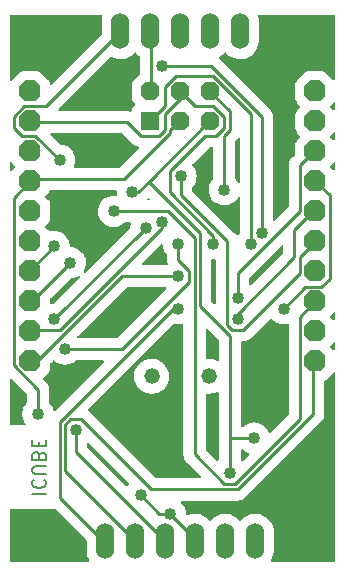
<source format=gbr>
%TF.GenerationSoftware,KiCad,Pcbnew,(6.0.0-0)*%
%TF.CreationDate,2022-04-25T15:44:20-04:00*%
%TF.ProjectId,FabduinoNanoOption,46616264-7569-46e6-9f4e-616e6f4f7074,rev?*%
%TF.SameCoordinates,Original*%
%TF.FileFunction,Copper,L2,Bot*%
%TF.FilePolarity,Positive*%
%FSLAX46Y46*%
G04 Gerber Fmt 4.6, Leading zero omitted, Abs format (unit mm)*
G04 Created by KiCad (PCBNEW (6.0.0-0)) date 2022-04-25 15:44:20*
%MOMM*%
%LPD*%
G01*
G04 APERTURE LIST*
G04 Aperture macros list*
%AMOutline5P*
0 Free polygon, 5 corners , with rotation*
0 The origin of the aperture is its center*
0 number of corners: always 5*
0 $1 to $10 corner X, Y*
0 $11 Rotation angle, in degrees counterclockwise*
0 create outline with 5 corners*
4,1,5,$1,$2,$3,$4,$5,$6,$7,$8,$9,$10,$1,$2,$11*%
%AMOutline6P*
0 Free polygon, 6 corners , with rotation*
0 The origin of the aperture is its center*
0 number of corners: always 6*
0 $1 to $12 corner X, Y*
0 $13 Rotation angle, in degrees counterclockwise*
0 create outline with 6 corners*
4,1,6,$1,$2,$3,$4,$5,$6,$7,$8,$9,$10,$11,$12,$1,$2,$13*%
%AMOutline7P*
0 Free polygon, 7 corners , with rotation*
0 The origin of the aperture is its center*
0 number of corners: always 7*
0 $1 to $14 corner X, Y*
0 $15 Rotation angle, in degrees counterclockwise*
0 create outline with 7 corners*
4,1,7,$1,$2,$3,$4,$5,$6,$7,$8,$9,$10,$11,$12,$13,$14,$1,$2,$15*%
%AMOutline8P*
0 Free polygon, 8 corners , with rotation*
0 The origin of the aperture is its center*
0 number of corners: always 8*
0 $1 to $16 corner X, Y*
0 $17 Rotation angle, in degrees counterclockwise*
0 create outline with 8 corners*
4,1,8,$1,$2,$3,$4,$5,$6,$7,$8,$9,$10,$11,$12,$13,$14,$15,$16,$1,$2,$17*%
G04 Aperture macros list end*
%ADD10C,0.127000*%
%TA.AperFunction,NonConductor*%
%ADD11C,0.127000*%
%TD*%
%TA.AperFunction,ComponentPad*%
%ADD12R,1.524000X1.524000*%
%TD*%
%TA.AperFunction,ComponentPad*%
%ADD13Outline8P,-0.762000X0.381000X-0.381000X0.762000X0.381000X0.762000X0.762000X0.381000X0.762000X-0.381000X0.381000X-0.762000X-0.381000X-0.762000X-0.762000X-0.381000X0.000000*%
%TD*%
%TA.AperFunction,ComponentPad*%
%ADD14O,1.524000X3.048000*%
%TD*%
%TA.AperFunction,ComponentPad*%
%ADD15Outline8P,-0.889000X0.444500X-0.444500X0.889000X0.444500X0.889000X0.889000X0.444500X0.889000X-0.444500X0.444500X-0.889000X-0.444500X-0.889000X-0.889000X-0.444500X180.000000*%
%TD*%
%TA.AperFunction,ComponentPad*%
%ADD16Outline8P,-0.889000X0.444500X-0.444500X0.889000X0.444500X0.889000X0.889000X0.444500X0.889000X-0.444500X0.444500X-0.889000X-0.444500X-0.889000X-0.889000X-0.444500X0.000000*%
%TD*%
%TA.AperFunction,ComponentPad*%
%ADD17C,1.320800*%
%TD*%
%TA.AperFunction,ViaPad*%
%ADD18C,1.016000*%
%TD*%
%TA.AperFunction,Conductor*%
%ADD19C,0.254000*%
%TD*%
G04 APERTURE END LIST*
D10*
D11*
X136627528Y-122410864D02*
X137770528Y-122410864D01*
X136736385Y-121213435D02*
X136681957Y-121267864D01*
X136627528Y-121431150D01*
X136627528Y-121540007D01*
X136681957Y-121703292D01*
X136790814Y-121812150D01*
X136899671Y-121866578D01*
X137117385Y-121921007D01*
X137280671Y-121921007D01*
X137498385Y-121866578D01*
X137607242Y-121812150D01*
X137716100Y-121703292D01*
X137770528Y-121540007D01*
X137770528Y-121431150D01*
X137716100Y-121267864D01*
X137661671Y-121213435D01*
X137770528Y-120723578D02*
X136845242Y-120723578D01*
X136736385Y-120669150D01*
X136681957Y-120614721D01*
X136627528Y-120505864D01*
X136627528Y-120288150D01*
X136681957Y-120179292D01*
X136736385Y-120124864D01*
X136845242Y-120070435D01*
X137770528Y-120070435D01*
X137226242Y-119145150D02*
X137171814Y-118981864D01*
X137117385Y-118927435D01*
X137008528Y-118873007D01*
X136845242Y-118873007D01*
X136736385Y-118927435D01*
X136681957Y-118981864D01*
X136627528Y-119090721D01*
X136627528Y-119526150D01*
X137770528Y-119526150D01*
X137770528Y-119145150D01*
X137716100Y-119036292D01*
X137661671Y-118981864D01*
X137552814Y-118927435D01*
X137443957Y-118927435D01*
X137335100Y-118981864D01*
X137280671Y-119036292D01*
X137226242Y-119145150D01*
X137226242Y-119526150D01*
X137226242Y-118383150D02*
X137226242Y-118002150D01*
X136627528Y-117838864D02*
X136627528Y-118383150D01*
X137770528Y-118383150D01*
X137770528Y-117838864D01*
D12*
%TO.P,JP1,1*%
%TO.N,D12*%
X146606100Y-90868600D03*
D13*
%TO.P,JP1,2*%
%TO.N,VCC*%
X146606100Y-88328600D03*
%TO.P,JP1,3*%
%TO.N,D13*%
X149146100Y-90868600D03*
%TO.P,JP1,4*%
%TO.N,D11*%
X149146100Y-88328600D03*
%TO.P,JP1,5*%
%TO.N,RST*%
X151686100Y-90868600D03*
%TO.P,JP1,6*%
%TO.N,GND*%
X151686100Y-88328600D03*
%TD*%
D14*
%TO.P,CN1,1*%
%TO.N,VCC*%
X142796100Y-126428600D03*
%TO.P,CN1,2*%
%TO.N,D0*%
X145336100Y-126428600D03*
%TO.P,CN1,3*%
%TO.N,D1*%
X147876100Y-126428600D03*
%TO.P,CN1,4*%
%TO.N,GND*%
X150416100Y-126428600D03*
%TO.P,CN1,5*%
X152956100Y-126428600D03*
%TO.P,CN1,6*%
%TO.N,N$6*%
X155496100Y-126428600D03*
%TD*%
%TO.P,CN2,1*%
%TO.N,AREF*%
X144066100Y-83248600D03*
%TO.P,CN2,2*%
%TO.N,VCC*%
X146606100Y-83248600D03*
%TO.P,CN2,3*%
X149146100Y-83248600D03*
%TO.P,CN2,4*%
%TO.N,GND*%
X151686100Y-83248600D03*
%TO.P,CN2,5*%
X154226100Y-83248600D03*
%TD*%
D15*
%TO.P,U$1,1*%
%TO.N,D0*%
X160576100Y-111188600D03*
%TO.P,U$1,2*%
%TO.N,D1*%
X160576100Y-108648600D03*
%TO.P,U$1,3*%
%TO.N,D2*%
X160576100Y-106108600D03*
%TO.P,U$1,4*%
%TO.N,D3*%
X160576100Y-103568600D03*
%TO.P,U$1,5*%
%TO.N,D4*%
X160576100Y-101028600D03*
%TO.P,U$1,6*%
%TO.N,D5*%
X160576100Y-98488600D03*
%TO.P,U$1,7*%
%TO.N,D6*%
X160576100Y-95948600D03*
%TO.P,U$1,8*%
%TO.N,D7*%
X160576100Y-93408600D03*
%TO.P,U$1,9*%
%TO.N,D8*%
X160576100Y-90868600D03*
%TO.P,U$1,10*%
%TO.N,D9*%
X160576100Y-88328600D03*
%TD*%
D16*
%TO.P,U$2,1*%
%TO.N,D10*%
X136446100Y-88328600D03*
%TO.P,U$2,2*%
%TO.N,D11*%
X136446100Y-90868600D03*
%TO.P,U$2,3*%
%TO.N,D12*%
X136446100Y-93408600D03*
%TO.P,U$2,4*%
%TO.N,D13*%
X136446100Y-95948600D03*
%TO.P,U$2,5*%
%TO.N,A0*%
X136446100Y-98488600D03*
%TO.P,U$2,6*%
%TO.N,A1*%
X136446100Y-101028600D03*
%TO.P,U$2,7*%
%TO.N,A2*%
X136446100Y-103568600D03*
%TO.P,U$2,8*%
%TO.N,A3*%
X136446100Y-106108600D03*
%TO.P,U$2,9*%
%TO.N,A4*%
X136446100Y-108648600D03*
%TO.P,U$2,10*%
%TO.N,A5*%
X136446100Y-111188600D03*
%TD*%
D17*
%TO.P,Q1,1*%
%TO.N,N$44*%
X151559100Y-112458600D03*
%TO.P,Q1,2*%
%TO.N,N$43*%
X146733100Y-112458600D03*
%TD*%
D18*
%TO.N,A1*%
X139392500Y-110147200D03*
X148993700Y-101231800D03*
%TO.N,A2*%
X138478100Y-101460400D03*
%TO.N,A3*%
X139849700Y-102832000D03*
%TO.N,A4*%
X147622100Y-99403000D03*
%TO.N,A5*%
X148993700Y-103975000D03*
%TO.N,D0*%
X138478100Y-107632600D03*
X146250500Y-99860200D03*
%TO.N,D1*%
X140306900Y-117005200D03*
%TO.N,D2*%
X143507300Y-98488600D03*
%TO.N,D4*%
X149222300Y-95516800D03*
%TO.N,D5*%
X154022900Y-107632600D03*
%TO.N,D6*%
X157909100Y-106718200D03*
%TO.N,D7*%
X154022900Y-105803800D03*
%TO.N,D10*%
X147622100Y-86144200D03*
X156080300Y-100317400D03*
%TO.N,D11*%
X151965500Y-101231800D03*
%TO.N,D12*%
X155165900Y-101231800D03*
%TO.N,D13*%
X137106500Y-115633600D03*
%TO.N,GND*%
X148307900Y-124091800D03*
X145793300Y-122491600D03*
X152879900Y-96659800D03*
%TO.N,VCC*%
X148993700Y-106718200D03*
%TO.N,RST*%
X153337100Y-120662800D03*
X155394500Y-117691000D03*
X145107500Y-96888400D03*
%TO.N,AREF*%
X138935300Y-94145200D03*
%TD*%
D19*
%TO.N,A1*%
X139392500Y-110147200D02*
X144193100Y-110147200D01*
X144193100Y-110147200D02*
X149908100Y-104432200D01*
X149908100Y-104432200D02*
X149908100Y-103517800D01*
X149908100Y-103517800D02*
X148993700Y-102603400D01*
X148993700Y-102603400D02*
X148993700Y-101231800D01*
%TO.N,A2*%
X136420700Y-103517800D02*
X136446100Y-103568600D01*
X136420700Y-103517800D02*
X138478100Y-101460400D01*
%TO.N,A3*%
X136649300Y-106032400D02*
X139849700Y-102832000D01*
X136649300Y-106032400D02*
X136446100Y-106108600D01*
%TO.N,A4*%
X138935300Y-108547000D02*
X147622100Y-99860200D01*
X136649300Y-108547000D02*
X138935300Y-108547000D01*
X147622100Y-99860200D02*
X147622100Y-99403000D01*
X136649300Y-108547000D02*
X136446100Y-108648600D01*
%TO.N,A5*%
X136649300Y-111061600D02*
X136446100Y-111188600D01*
X137106500Y-111061600D02*
X144193100Y-103975000D01*
X144193100Y-103975000D02*
X148993700Y-103975000D01*
X136649300Y-111061600D02*
X137106500Y-111061600D01*
%TO.N,D0*%
X154022900Y-122034400D02*
X160423700Y-115633600D01*
X139849700Y-116090800D02*
X140764100Y-116090800D01*
X139392500Y-120434200D02*
X139392500Y-116548000D01*
X139392500Y-116548000D02*
X139849700Y-116090800D01*
X145336100Y-126377800D02*
X139392500Y-120434200D01*
X145336100Y-126377800D02*
X145336100Y-126428600D01*
X140764100Y-116090800D02*
X146707700Y-122034400D01*
X160423700Y-111290200D02*
X160576100Y-111188600D01*
X160423700Y-115633600D02*
X160423700Y-111290200D01*
X146707700Y-122034400D02*
X154022900Y-122034400D01*
X138478100Y-107632600D02*
X146250500Y-99860200D01*
%TO.N,D1*%
X140306900Y-118834000D02*
X140306900Y-117005200D01*
X147850700Y-126377800D02*
X140306900Y-118834000D01*
X147850700Y-126377800D02*
X147876100Y-126428600D01*
%TO.N,D2*%
X153794300Y-121577200D02*
X152879900Y-121577200D01*
X159280700Y-107404000D02*
X159280700Y-116090800D01*
X159280700Y-116090800D02*
X153794300Y-121577200D01*
X160576100Y-106108600D02*
X159280700Y-107404000D01*
X150365300Y-119062600D02*
X150365300Y-100774600D01*
X152879900Y-121577200D02*
X150365300Y-119062600D01*
X148079300Y-98488600D02*
X143507300Y-98488600D01*
X150365300Y-100774600D02*
X148079300Y-98488600D01*
%TO.N,D4*%
X154480100Y-108547000D02*
X153565700Y-108547000D01*
X153108500Y-108089800D02*
X153108500Y-101003200D01*
X149222300Y-97117000D02*
X149222300Y-95516800D01*
X153108500Y-101003200D02*
X149222300Y-97117000D01*
X159280700Y-103746400D02*
X154480100Y-108547000D01*
X153565700Y-108547000D02*
X153108500Y-108089800D01*
X159280700Y-102374800D02*
X159280700Y-103746400D01*
X160423700Y-101231800D02*
X160576100Y-101028600D01*
X160423700Y-101231800D02*
X159280700Y-102374800D01*
%TO.N,D5*%
X160423700Y-98488600D02*
X160576100Y-98488600D01*
X154022900Y-107175400D02*
X154022900Y-107632600D01*
X160423700Y-98488600D02*
X158823500Y-100088800D01*
X158823500Y-100088800D02*
X158823500Y-102374800D01*
X158823500Y-102374800D02*
X154022900Y-107175400D01*
%TO.N,D6*%
X160652300Y-95974000D02*
X161795300Y-97117000D01*
X160652300Y-95974000D02*
X160576100Y-95948600D01*
X159737900Y-104889400D02*
X157909100Y-106718200D01*
X161795300Y-104203600D02*
X161109500Y-104889400D01*
X161109500Y-104889400D02*
X159737900Y-104889400D01*
X161795300Y-97117000D02*
X161795300Y-104203600D01*
%TO.N,D7*%
X159280700Y-94602400D02*
X159280700Y-98488600D01*
X154022900Y-103746400D02*
X154022900Y-105803800D01*
X159280700Y-98488600D02*
X154022900Y-103746400D01*
X160423700Y-93459400D02*
X159280700Y-94602400D01*
X160423700Y-93459400D02*
X160576100Y-93408600D01*
%TO.N,D10*%
X151736900Y-86144200D02*
X156080300Y-90487600D01*
X147622100Y-86144200D02*
X151736900Y-86144200D01*
X156080300Y-90487600D02*
X156080300Y-100317400D01*
%TO.N,D11*%
X151965500Y-100546000D02*
X151965500Y-101231800D01*
X149222300Y-88430200D02*
X149450900Y-88658800D01*
X149450900Y-88658800D02*
X147850700Y-90259000D01*
X152879900Y-91402000D02*
X152194100Y-92087800D01*
X152194100Y-92087800D02*
X151279700Y-92087800D01*
X148307900Y-95059600D02*
X148307900Y-96888400D01*
X147850700Y-90259000D02*
X147850700Y-91630600D01*
X136649300Y-90944800D02*
X136446100Y-90868600D01*
X149450900Y-88658800D02*
X150365300Y-89573200D01*
X149222300Y-88430200D02*
X149146100Y-88328600D01*
X151965500Y-89573200D02*
X152879900Y-90487600D01*
X147393500Y-92087800D02*
X145793300Y-92087800D01*
X147850700Y-91630600D02*
X147393500Y-92087800D01*
X152879900Y-90487600D02*
X152879900Y-91402000D01*
X151279700Y-92087800D02*
X148307900Y-95059600D01*
X148307900Y-96888400D02*
X151965500Y-100546000D01*
X149450900Y-88658800D02*
X149146100Y-88328600D01*
X145793300Y-92087800D02*
X144650300Y-90944800D01*
X144650300Y-90944800D02*
X136649300Y-90944800D01*
X150365300Y-89573200D02*
X151965500Y-89573200D01*
%TO.N,D12*%
X146707700Y-90716200D02*
X146606100Y-90868600D01*
X146707700Y-90716200D02*
X147850700Y-89573200D01*
X151965500Y-87058600D02*
X155165900Y-90259000D01*
X147850700Y-89573200D02*
X147850700Y-87973000D01*
X155165900Y-90259000D02*
X155165900Y-101231800D01*
X148765100Y-87058600D02*
X151965500Y-87058600D01*
X147850700Y-87973000D02*
X148765100Y-87058600D01*
%TO.N,D13*%
X148307900Y-91630600D02*
X148993700Y-90944800D01*
X136446100Y-95948600D02*
X135049100Y-97345600D01*
X137106500Y-113576200D02*
X137106500Y-115633600D01*
X136649300Y-95745400D02*
X136446100Y-95948600D01*
X135049100Y-111518800D02*
X137106500Y-113576200D01*
X144421700Y-95745400D02*
X148307900Y-91859200D01*
X148307900Y-91859200D02*
X148307900Y-91630600D01*
X136649300Y-95745400D02*
X144421700Y-95745400D01*
X148993700Y-90944800D02*
X149146100Y-90868600D01*
X135049100Y-97345600D02*
X135049100Y-111518800D01*
%TO.N,GND*%
X151736900Y-88430200D02*
X151686100Y-88328600D01*
X153337100Y-91630600D02*
X152879900Y-92087800D01*
X150593900Y-126377800D02*
X148307900Y-124091800D01*
X151736900Y-88430200D02*
X153337100Y-90030400D01*
X152879900Y-92087800D02*
X152879900Y-96659800D01*
X147393500Y-124091800D02*
X148307900Y-124091800D01*
X145793300Y-122491600D02*
X147393500Y-124091800D01*
X153337100Y-90030400D02*
X153337100Y-91630600D01*
X150593900Y-126377800D02*
X150416100Y-126428600D01*
%TO.N,VCC*%
X146707700Y-88201600D02*
X146606100Y-88328600D01*
X146707700Y-88201600D02*
X146707700Y-83401000D01*
X148536500Y-106718200D02*
X148993700Y-106718200D01*
X142592900Y-126377800D02*
X138935300Y-122720200D01*
X138935300Y-122720200D02*
X138935300Y-116319400D01*
X138935300Y-116319400D02*
X148536500Y-106718200D01*
X142592900Y-126377800D02*
X142796100Y-126428600D01*
X146707700Y-83401000D02*
X146606100Y-83248600D01*
%TO.N,RST*%
X151508300Y-90944800D02*
X151686100Y-90868600D01*
X145564700Y-96888400D02*
X145107500Y-96888400D01*
X153337100Y-109004200D02*
X153337100Y-117691000D01*
X153337100Y-117691000D02*
X153337100Y-120662800D01*
X146479100Y-95974000D02*
X150822500Y-100317400D01*
X150822500Y-100317400D02*
X150822500Y-106489600D01*
X153337100Y-117691000D02*
X155394500Y-117691000D01*
X146479100Y-95974000D02*
X145564700Y-96888400D01*
X151508300Y-90944800D02*
X146479100Y-95974000D01*
X150822500Y-106489600D02*
X153337100Y-109004200D01*
%TO.N,AREF*%
X143964500Y-83401000D02*
X144066100Y-83248600D01*
X143964500Y-83401000D02*
X137792300Y-89573200D01*
X135049100Y-90487600D02*
X135049100Y-91402000D01*
X136877900Y-92087800D02*
X138935300Y-94145200D01*
X137792300Y-89573200D02*
X135963500Y-89573200D01*
X135734900Y-92087800D02*
X136877900Y-92087800D01*
X135963500Y-89573200D02*
X135049100Y-90487600D01*
X135049100Y-91402000D02*
X135734900Y-92087800D01*
%TD*%
%TA.AperFunction,NonConductor*%
G36*
X142536806Y-81870613D02*
G01*
X142573351Y-81920913D01*
X142572794Y-81984751D01*
X142535327Y-82093564D01*
X142492179Y-82343362D01*
X142490800Y-82373732D01*
X142490800Y-83503245D01*
X142471587Y-83562376D01*
X142461335Y-83574380D01*
X138295501Y-87740214D01*
X138240103Y-87768440D01*
X138178695Y-87758714D01*
X138134731Y-87714750D01*
X138127764Y-87697157D01*
X138090698Y-87569575D01*
X138036634Y-87472041D01*
X138004623Y-87414291D01*
X138004621Y-87414288D01*
X138002238Y-87409989D01*
X137953526Y-87352346D01*
X137422353Y-86821174D01*
X137362379Y-86770811D01*
X137202486Y-86682909D01*
X137027091Y-86632615D01*
X136992028Y-86629671D01*
X136953996Y-86626477D01*
X136953990Y-86626477D01*
X136951885Y-86626300D01*
X135940312Y-86626300D01*
X135938156Y-86626488D01*
X135938151Y-86626488D01*
X135867203Y-86632668D01*
X135867200Y-86632669D01*
X135862293Y-86633096D01*
X135857560Y-86634471D01*
X135857555Y-86634472D01*
X135698923Y-86680560D01*
X135687075Y-86684002D01*
X135607902Y-86727888D01*
X135531791Y-86770077D01*
X135531788Y-86770079D01*
X135527489Y-86772462D01*
X135469846Y-86821174D01*
X134938674Y-87352347D01*
X134896538Y-87402525D01*
X134843800Y-87435450D01*
X134781779Y-87431089D01*
X134734166Y-87391107D01*
X134718900Y-87337829D01*
X134718900Y-81952000D01*
X134738113Y-81892869D01*
X134788413Y-81856324D01*
X134819500Y-81851400D01*
X142477675Y-81851400D01*
X142536806Y-81870613D01*
G37*
%TD.AperFunction*%
%TA.AperFunction,NonConductor*%
G36*
X162220421Y-89249928D02*
G01*
X162268034Y-89289911D01*
X162283300Y-89343188D01*
X162283300Y-89853844D01*
X162264087Y-89912975D01*
X162213787Y-89949520D01*
X162151613Y-89949520D01*
X162105862Y-89918777D01*
X162084895Y-89893966D01*
X162083526Y-89892346D01*
X161860915Y-89669735D01*
X161832689Y-89614337D01*
X161842415Y-89552929D01*
X161860915Y-89527465D01*
X162081986Y-89306393D01*
X162083526Y-89304853D01*
X162105661Y-89278494D01*
X162158400Y-89245567D01*
X162220421Y-89249928D01*
G37*
%TD.AperFunction*%
%TA.AperFunction,NonConductor*%
G36*
X145371353Y-85011521D02*
G01*
X145413398Y-85039880D01*
X145508245Y-85147463D01*
X145704130Y-85308365D01*
X145711763Y-85312807D01*
X145717406Y-85316092D01*
X145758846Y-85362442D01*
X145767400Y-85403037D01*
X145767400Y-86838897D01*
X145748187Y-86898028D01*
X145731732Y-86915735D01*
X145694977Y-86946795D01*
X145694968Y-86946804D01*
X145693346Y-86948174D01*
X145225674Y-87415847D01*
X145175311Y-87475821D01*
X145087409Y-87635714D01*
X145037115Y-87811109D01*
X145030800Y-87886315D01*
X145030800Y-88770888D01*
X145030988Y-88773044D01*
X145030988Y-88773049D01*
X145036520Y-88836549D01*
X145037596Y-88848907D01*
X145038971Y-88853640D01*
X145038972Y-88853645D01*
X145057421Y-88917145D01*
X145088502Y-89024125D01*
X145176962Y-89183711D01*
X145225674Y-89241354D01*
X145323064Y-89338744D01*
X145351290Y-89394142D01*
X145341564Y-89455550D01*
X145314691Y-89488500D01*
X145265371Y-89527871D01*
X145151537Y-89670470D01*
X145072123Y-89834744D01*
X145070859Y-89840219D01*
X145070858Y-89840222D01*
X145041320Y-89968165D01*
X145009297Y-90021459D01*
X144952066Y-90045752D01*
X144912213Y-90041211D01*
X144846876Y-90019982D01*
X144838661Y-90019118D01*
X144830057Y-90018214D01*
X144814538Y-90015337D01*
X144803298Y-90012325D01*
X144803295Y-90012324D01*
X144798206Y-90010961D01*
X144792943Y-90010685D01*
X144792942Y-90010685D01*
X144758917Y-90008902D01*
X144726724Y-90007215D01*
X144721487Y-90006803D01*
X144699575Y-90004500D01*
X144677546Y-90004500D01*
X144672281Y-90004362D01*
X144667461Y-90004109D01*
X144600817Y-90000617D01*
X144595618Y-90001440D01*
X144595606Y-90001441D01*
X144584117Y-90003261D01*
X144568380Y-90004500D01*
X138933655Y-90004500D01*
X138874524Y-89985287D01*
X138837979Y-89934987D01*
X138837979Y-89872813D01*
X138862520Y-89832765D01*
X143250176Y-85445109D01*
X143305574Y-85416883D01*
X143371916Y-85429300D01*
X143383221Y-85435879D01*
X143619881Y-85526724D01*
X143868020Y-85578563D01*
X144121256Y-85590062D01*
X144125274Y-85589597D01*
X144125277Y-85589597D01*
X144369058Y-85561391D01*
X144369063Y-85561390D01*
X144373073Y-85560926D01*
X144616992Y-85491904D01*
X144846738Y-85384772D01*
X144959167Y-85308365D01*
X145053062Y-85244554D01*
X145053066Y-85244551D01*
X145056400Y-85242285D01*
X145059326Y-85239518D01*
X145059331Y-85239514D01*
X145165122Y-85139473D01*
X145240585Y-85068111D01*
X145258019Y-85045307D01*
X145309197Y-85010002D01*
X145371353Y-85011521D01*
G37*
%TD.AperFunction*%
%TA.AperFunction,NonConductor*%
G36*
X162220421Y-91789928D02*
G01*
X162268034Y-91829911D01*
X162283300Y-91883188D01*
X162283300Y-92393844D01*
X162264087Y-92452975D01*
X162213787Y-92489520D01*
X162151613Y-92489520D01*
X162105862Y-92458777D01*
X162084895Y-92433966D01*
X162083526Y-92432346D01*
X161860915Y-92209735D01*
X161832689Y-92154337D01*
X161842415Y-92092929D01*
X161860915Y-92067465D01*
X162081986Y-91846393D01*
X162083526Y-91844853D01*
X162105661Y-91818494D01*
X162158400Y-91785567D01*
X162220421Y-91789928D01*
G37*
%TD.AperFunction*%
%TA.AperFunction,NonConductor*%
G36*
X144278276Y-91904313D02*
G01*
X144290280Y-91914565D01*
X145070484Y-92694769D01*
X145080735Y-92706771D01*
X145090672Y-92720449D01*
X145094586Y-92723973D01*
X145143859Y-92768339D01*
X145147679Y-92771964D01*
X145163250Y-92787535D01*
X145165284Y-92789182D01*
X145165295Y-92789192D01*
X145180366Y-92801396D01*
X145184369Y-92804815D01*
X145237561Y-92852709D01*
X145242129Y-92855346D01*
X145252211Y-92861167D01*
X145265214Y-92870104D01*
X145278355Y-92880745D01*
X145283053Y-92883139D01*
X145283055Y-92883140D01*
X145342125Y-92913238D01*
X145346750Y-92915749D01*
X145408739Y-92951538D01*
X145413753Y-92953167D01*
X145413757Y-92953169D01*
X145424820Y-92956764D01*
X145439399Y-92962802D01*
X145449777Y-92968090D01*
X145449782Y-92968092D01*
X145454471Y-92970481D01*
X145505603Y-92984182D01*
X145523614Y-92989008D01*
X145528663Y-92990504D01*
X145547272Y-92996550D01*
X145596724Y-93012618D01*
X145601968Y-93013169D01*
X145603970Y-93013595D01*
X145657813Y-93044685D01*
X145683098Y-93101486D01*
X145670168Y-93162301D01*
X145654184Y-93183131D01*
X144061680Y-94775635D01*
X144006282Y-94803861D01*
X143990545Y-94805100D01*
X140243387Y-94805100D01*
X140184256Y-94785887D01*
X140147711Y-94735587D01*
X140147711Y-94673413D01*
X140152212Y-94661985D01*
X140179804Y-94602814D01*
X140179806Y-94602809D01*
X140181658Y-94598837D01*
X140191638Y-94561593D01*
X140240360Y-94379763D01*
X140240361Y-94379758D01*
X140241497Y-94375518D01*
X140261647Y-94145200D01*
X140241497Y-93914882D01*
X140237449Y-93899772D01*
X140182794Y-93695802D01*
X140182793Y-93695800D01*
X140181658Y-93691563D01*
X140179806Y-93687591D01*
X140179804Y-93687586D01*
X140085806Y-93486008D01*
X140083950Y-93482027D01*
X139951341Y-93292641D01*
X139787859Y-93129159D01*
X139598474Y-92996550D01*
X139509696Y-92955152D01*
X139392914Y-92900696D01*
X139392909Y-92900694D01*
X139388937Y-92898842D01*
X139384700Y-92897707D01*
X139384698Y-92897706D01*
X139169863Y-92840140D01*
X139169858Y-92840139D01*
X139165618Y-92839003D01*
X139085084Y-92831957D01*
X138975544Y-92822374D01*
X138918313Y-92798081D01*
X138913177Y-92793292D01*
X138176720Y-92056835D01*
X138148494Y-92001437D01*
X138158220Y-91940029D01*
X138202184Y-91896065D01*
X138247855Y-91885100D01*
X144219145Y-91885100D01*
X144278276Y-91904313D01*
G37*
%TD.AperFunction*%
%TA.AperFunction,NonConductor*%
G36*
X162220421Y-94329928D02*
G01*
X162268034Y-94369911D01*
X162283300Y-94423188D01*
X162283300Y-94933844D01*
X162264087Y-94992975D01*
X162213787Y-95029520D01*
X162151613Y-95029520D01*
X162105862Y-94998777D01*
X162084895Y-94973966D01*
X162083526Y-94972346D01*
X161860915Y-94749735D01*
X161832689Y-94694337D01*
X161842415Y-94632929D01*
X161860915Y-94607465D01*
X162081986Y-94386393D01*
X162083526Y-94384853D01*
X162105661Y-94358494D01*
X162158400Y-94325567D01*
X162220421Y-94329928D01*
G37*
%TD.AperFunction*%
%TA.AperFunction,NonConductor*%
G36*
X134896338Y-94334756D02*
G01*
X134938674Y-94384854D01*
X135161285Y-94607465D01*
X135189511Y-94662863D01*
X135179785Y-94724271D01*
X135161285Y-94749735D01*
X134977177Y-94933844D01*
X134938674Y-94972347D01*
X134896538Y-95022525D01*
X134843800Y-95055450D01*
X134781779Y-95051089D01*
X134734166Y-95011107D01*
X134718900Y-94957829D01*
X134718900Y-94399689D01*
X134738113Y-94340558D01*
X134788413Y-94304013D01*
X134850587Y-94304013D01*
X134896338Y-94334756D01*
G37*
%TD.AperFunction*%
%TA.AperFunction,NonConductor*%
G36*
X154161053Y-92217713D02*
G01*
X154209371Y-92256841D01*
X154225600Y-92311631D01*
X154225600Y-95965424D01*
X154206387Y-96024555D01*
X154156087Y-96061100D01*
X154093913Y-96061100D01*
X154043613Y-96024555D01*
X154033826Y-96007940D01*
X154030409Y-96000613D01*
X154030406Y-96000608D01*
X154028550Y-95996627D01*
X153895941Y-95807241D01*
X153849665Y-95760965D01*
X153821439Y-95705567D01*
X153820200Y-95689830D01*
X153820200Y-92518955D01*
X153839413Y-92459824D01*
X153849665Y-92447820D01*
X153944069Y-92353416D01*
X153956071Y-92343165D01*
X153969749Y-92333228D01*
X154017639Y-92280041D01*
X154021264Y-92276221D01*
X154036835Y-92260650D01*
X154038492Y-92258604D01*
X154038499Y-92258596D01*
X154046820Y-92248321D01*
X154098964Y-92214459D01*
X154161053Y-92217713D01*
G37*
%TD.AperFunction*%
%TA.AperFunction,NonConductor*%
G36*
X146524771Y-97356420D02*
G01*
X146550235Y-97374920D01*
X146551880Y-97376565D01*
X146580106Y-97431963D01*
X146570380Y-97493371D01*
X146526416Y-97537335D01*
X146480745Y-97548300D01*
X146477455Y-97548300D01*
X146418324Y-97529087D01*
X146381779Y-97478787D01*
X146381779Y-97416613D01*
X146406320Y-97376565D01*
X146407965Y-97374920D01*
X146463363Y-97346694D01*
X146524771Y-97356420D01*
G37*
%TD.AperFunction*%
%TA.AperFunction,NonConductor*%
G36*
X162241831Y-81870613D02*
G01*
X162278376Y-81920913D01*
X162283300Y-81952000D01*
X162283300Y-87313844D01*
X162264087Y-87372975D01*
X162213787Y-87409520D01*
X162151613Y-87409520D01*
X162105862Y-87378777D01*
X162084895Y-87353966D01*
X162083526Y-87352346D01*
X161552353Y-86821174D01*
X161492379Y-86770811D01*
X161332486Y-86682909D01*
X161157091Y-86632615D01*
X161122028Y-86629671D01*
X161083996Y-86626477D01*
X161083990Y-86626477D01*
X161081885Y-86626300D01*
X160070312Y-86626300D01*
X160068156Y-86626488D01*
X160068151Y-86626488D01*
X159997203Y-86632668D01*
X159997200Y-86632669D01*
X159992293Y-86633096D01*
X159987560Y-86634471D01*
X159987555Y-86634472D01*
X159828923Y-86680560D01*
X159817075Y-86684002D01*
X159737902Y-86727888D01*
X159661791Y-86770077D01*
X159661788Y-86770079D01*
X159657489Y-86772462D01*
X159599846Y-86821174D01*
X159068674Y-87352347D01*
X159018311Y-87412321D01*
X158930409Y-87572214D01*
X158880115Y-87747609D01*
X158873800Y-87822815D01*
X158873800Y-88834388D01*
X158873988Y-88836544D01*
X158873988Y-88836549D01*
X158875065Y-88848907D01*
X158880596Y-88912407D01*
X158881971Y-88917140D01*
X158881972Y-88917145D01*
X158911483Y-89018721D01*
X158931502Y-89087625D01*
X159019962Y-89247211D01*
X159068674Y-89304854D01*
X159291285Y-89527465D01*
X159319511Y-89582863D01*
X159309785Y-89644271D01*
X159291285Y-89669735D01*
X159179146Y-89781875D01*
X159068674Y-89892347D01*
X159018311Y-89952321D01*
X158930409Y-90112214D01*
X158928859Y-90117618D01*
X158928859Y-90117619D01*
X158924248Y-90133699D01*
X158880115Y-90287609D01*
X158873800Y-90362815D01*
X158873800Y-91374388D01*
X158880596Y-91452407D01*
X158881971Y-91457140D01*
X158881972Y-91457145D01*
X158928060Y-91615777D01*
X158931502Y-91627625D01*
X159019962Y-91787211D01*
X159068674Y-91844854D01*
X159291285Y-92067465D01*
X159319511Y-92122863D01*
X159309785Y-92184271D01*
X159291285Y-92209735D01*
X159171707Y-92329314D01*
X159068674Y-92432347D01*
X159018311Y-92492321D01*
X158930409Y-92652214D01*
X158880115Y-92827609D01*
X158879158Y-92839003D01*
X158874134Y-92898842D01*
X158873800Y-92902815D01*
X158873800Y-93637845D01*
X158854587Y-93696976D01*
X158844335Y-93708980D01*
X158673731Y-93879584D01*
X158661729Y-93889835D01*
X158648051Y-93899772D01*
X158644527Y-93903686D01*
X158600161Y-93952959D01*
X158596536Y-93956779D01*
X158580965Y-93972350D01*
X158579318Y-93974384D01*
X158579308Y-93974395D01*
X158567104Y-93989466D01*
X158563685Y-93993469D01*
X158515791Y-94046661D01*
X158513154Y-94051229D01*
X158507333Y-94061311D01*
X158498396Y-94074314D01*
X158487755Y-94087455D01*
X158485361Y-94092153D01*
X158485360Y-94092155D01*
X158455262Y-94151225D01*
X158452751Y-94155850D01*
X158416962Y-94217839D01*
X158415333Y-94222853D01*
X158415331Y-94222857D01*
X158411736Y-94233920D01*
X158405698Y-94248499D01*
X158400410Y-94258877D01*
X158400408Y-94258882D01*
X158398019Y-94263571D01*
X158396656Y-94268659D01*
X158379492Y-94332714D01*
X158377996Y-94337763D01*
X158355882Y-94405824D01*
X158355331Y-94411066D01*
X158354114Y-94422643D01*
X158351237Y-94438162D01*
X158346861Y-94454494D01*
X158346585Y-94459757D01*
X158346585Y-94459758D01*
X158343115Y-94525972D01*
X158342703Y-94531213D01*
X158340400Y-94553125D01*
X158340400Y-94575154D01*
X158340262Y-94580419D01*
X158336517Y-94651883D01*
X158337340Y-94657082D01*
X158337341Y-94657094D01*
X158339161Y-94668583D01*
X158340400Y-94684320D01*
X158340400Y-98057445D01*
X158321187Y-98116576D01*
X158310935Y-98128580D01*
X157716353Y-98723163D01*
X157192335Y-99247181D01*
X157136937Y-99275407D01*
X157075529Y-99265681D01*
X157031565Y-99221717D01*
X157020600Y-99176046D01*
X157020600Y-90569512D01*
X157021839Y-90553774D01*
X157023658Y-90542291D01*
X157024483Y-90537082D01*
X157020738Y-90465618D01*
X157020600Y-90460353D01*
X157020600Y-90438325D01*
X157018297Y-90416413D01*
X157017885Y-90411172D01*
X157014415Y-90344958D01*
X157014415Y-90344957D01*
X157014139Y-90339694D01*
X157009763Y-90323362D01*
X157006886Y-90307843D01*
X157005669Y-90296266D01*
X157005118Y-90291024D01*
X156983004Y-90222963D01*
X156981508Y-90217914D01*
X156964344Y-90153859D01*
X156962981Y-90148771D01*
X156960592Y-90144082D01*
X156960590Y-90144077D01*
X156955302Y-90133699D01*
X156949264Y-90119120D01*
X156945669Y-90108057D01*
X156945667Y-90108053D01*
X156944038Y-90103039D01*
X156908249Y-90041050D01*
X156905738Y-90036425D01*
X156875640Y-89977355D01*
X156875639Y-89977353D01*
X156873245Y-89972655D01*
X156862604Y-89959514D01*
X156853667Y-89946511D01*
X156847846Y-89936429D01*
X156845209Y-89931861D01*
X156811088Y-89893966D01*
X156797315Y-89878669D01*
X156793896Y-89874666D01*
X156781692Y-89859595D01*
X156781682Y-89859584D01*
X156780035Y-89857550D01*
X156764464Y-89841979D01*
X156760839Y-89838159D01*
X156716475Y-89788888D01*
X156712949Y-89784972D01*
X156708690Y-89781877D01*
X156708687Y-89781875D01*
X156699268Y-89775032D01*
X156687265Y-89764780D01*
X152459716Y-85537231D01*
X152449468Y-85525233D01*
X152447880Y-85523047D01*
X152428664Y-85463919D01*
X152447873Y-85404786D01*
X152472718Y-85380708D01*
X152673062Y-85244554D01*
X152673066Y-85244551D01*
X152676400Y-85242285D01*
X152679326Y-85239518D01*
X152679331Y-85239514D01*
X152785122Y-85139473D01*
X152860585Y-85068111D01*
X152878019Y-85045307D01*
X152929197Y-85010002D01*
X152991353Y-85011521D01*
X153033398Y-85039880D01*
X153128245Y-85147463D01*
X153324130Y-85308365D01*
X153543221Y-85435879D01*
X153779881Y-85526724D01*
X154028020Y-85578563D01*
X154281256Y-85590062D01*
X154285274Y-85589597D01*
X154285277Y-85589597D01*
X154529058Y-85561391D01*
X154529063Y-85561390D01*
X154533073Y-85560926D01*
X154776992Y-85491904D01*
X155006738Y-85384772D01*
X155119167Y-85308365D01*
X155213062Y-85244554D01*
X155213066Y-85244551D01*
X155216400Y-85242285D01*
X155219326Y-85239518D01*
X155219331Y-85239514D01*
X155397656Y-85070881D01*
X155397657Y-85070880D01*
X155400585Y-85068111D01*
X155554552Y-84866729D01*
X155674343Y-84643322D01*
X155756873Y-84403636D01*
X155800021Y-84153838D01*
X155801400Y-84123468D01*
X155801400Y-82422902D01*
X155786195Y-82233920D01*
X155725727Y-81987740D01*
X155724149Y-81984022D01*
X155724059Y-81983752D01*
X155723627Y-81921579D01*
X155759821Y-81871026D01*
X155819517Y-81851400D01*
X162182700Y-81851400D01*
X162241831Y-81870613D01*
G37*
%TD.AperFunction*%
%TA.AperFunction,NonConductor*%
G36*
X151898131Y-93047313D02*
G01*
X151934676Y-93097613D01*
X151939600Y-93128700D01*
X151939600Y-95689830D01*
X151920387Y-95748961D01*
X151910135Y-95760965D01*
X151863859Y-95807241D01*
X151731250Y-95996627D01*
X151725975Y-96007940D01*
X151635396Y-96202186D01*
X151635394Y-96202191D01*
X151633542Y-96206163D01*
X151632407Y-96210400D01*
X151632406Y-96210402D01*
X151588981Y-96372465D01*
X151573703Y-96429482D01*
X151553553Y-96659800D01*
X151573703Y-96890118D01*
X151574839Y-96894358D01*
X151574840Y-96894363D01*
X151583010Y-96924853D01*
X151633542Y-97113437D01*
X151635394Y-97117409D01*
X151635396Y-97117414D01*
X151665701Y-97182403D01*
X151731250Y-97322973D01*
X151796817Y-97416613D01*
X151850564Y-97493371D01*
X151863859Y-97512359D01*
X152027341Y-97675841D01*
X152216726Y-97808450D01*
X152245420Y-97821830D01*
X152422286Y-97904304D01*
X152422291Y-97904306D01*
X152426263Y-97906158D01*
X152430500Y-97907293D01*
X152430502Y-97907294D01*
X152645337Y-97964860D01*
X152645342Y-97964861D01*
X152649582Y-97965997D01*
X152879900Y-97986147D01*
X153110218Y-97965997D01*
X153114458Y-97964861D01*
X153114463Y-97964860D01*
X153329298Y-97907294D01*
X153329300Y-97907293D01*
X153333537Y-97906158D01*
X153337509Y-97904306D01*
X153337514Y-97904304D01*
X153514380Y-97821830D01*
X153543074Y-97808450D01*
X153732459Y-97675841D01*
X153895941Y-97512359D01*
X153909237Y-97493371D01*
X153962983Y-97416613D01*
X154028550Y-97322973D01*
X154030409Y-97318987D01*
X154033826Y-97311660D01*
X154076229Y-97266189D01*
X154137261Y-97254326D01*
X154193610Y-97280602D01*
X154223752Y-97334982D01*
X154225600Y-97354176D01*
X154225600Y-100261830D01*
X154206387Y-100320961D01*
X154196135Y-100332965D01*
X154149859Y-100379241D01*
X154147342Y-100382835D01*
X154147340Y-100382838D01*
X154069453Y-100494073D01*
X154019798Y-100531490D01*
X153957634Y-100532575D01*
X153906703Y-100496914D01*
X153903595Y-100492474D01*
X153901445Y-100488255D01*
X153890804Y-100475114D01*
X153881867Y-100462111D01*
X153876046Y-100452029D01*
X153873409Y-100447461D01*
X153825515Y-100394269D01*
X153822096Y-100390266D01*
X153809892Y-100375195D01*
X153809882Y-100375184D01*
X153808235Y-100373150D01*
X153792664Y-100357579D01*
X153789039Y-100353759D01*
X153744675Y-100304488D01*
X153741149Y-100300572D01*
X153736890Y-100297477D01*
X153736887Y-100297475D01*
X153727468Y-100290632D01*
X153715465Y-100280380D01*
X150192065Y-96756980D01*
X150163839Y-96701582D01*
X150162600Y-96685845D01*
X150162600Y-96486770D01*
X150181813Y-96427639D01*
X150192065Y-96415635D01*
X150238341Y-96369359D01*
X150370950Y-96179973D01*
X150426381Y-96061100D01*
X150466804Y-95974414D01*
X150466806Y-95974409D01*
X150468658Y-95970437D01*
X150512387Y-95807241D01*
X150527360Y-95751363D01*
X150527361Y-95751358D01*
X150528497Y-95747118D01*
X150548647Y-95516800D01*
X150528497Y-95286482D01*
X150502531Y-95189575D01*
X150469794Y-95067402D01*
X150469793Y-95067400D01*
X150468658Y-95063163D01*
X150466806Y-95059191D01*
X150466804Y-95059186D01*
X150372806Y-94857608D01*
X150370950Y-94853627D01*
X150280374Y-94724271D01*
X150240860Y-94667838D01*
X150240858Y-94667835D01*
X150238341Y-94664241D01*
X150206828Y-94632728D01*
X150178602Y-94577330D01*
X150188328Y-94515922D01*
X150206828Y-94490458D01*
X151639720Y-93057565D01*
X151695118Y-93029339D01*
X151710855Y-93028100D01*
X151839000Y-93028100D01*
X151898131Y-93047313D01*
G37*
%TD.AperFunction*%
%TA.AperFunction,NonConductor*%
G36*
X147624605Y-101285786D02*
G01*
X147668569Y-101329750D01*
X147679151Y-101366653D01*
X147687503Y-101462118D01*
X147688639Y-101466358D01*
X147688640Y-101466363D01*
X147721098Y-101587496D01*
X147747342Y-101685437D01*
X147749194Y-101689409D01*
X147749196Y-101689414D01*
X147803499Y-101805867D01*
X147845050Y-101894973D01*
X147977659Y-102084359D01*
X148023935Y-102130635D01*
X148052161Y-102186033D01*
X148053400Y-102201770D01*
X148053400Y-102521487D01*
X148052161Y-102537222D01*
X148049517Y-102553917D01*
X148049793Y-102559182D01*
X148053262Y-102625381D01*
X148053400Y-102630646D01*
X148053400Y-102652675D01*
X148053675Y-102655291D01*
X148055702Y-102674578D01*
X148056115Y-102679824D01*
X148059861Y-102751306D01*
X148061224Y-102756395D01*
X148061225Y-102756398D01*
X148064237Y-102767638D01*
X148067114Y-102783157D01*
X148068882Y-102799976D01*
X148070512Y-102804992D01*
X148090996Y-102868037D01*
X148092492Y-102873086D01*
X148101864Y-102908062D01*
X148098610Y-102970151D01*
X148059483Y-103018470D01*
X148004692Y-103034700D01*
X146020255Y-103034700D01*
X145961124Y-103015487D01*
X145924579Y-102965187D01*
X145924579Y-102903013D01*
X145949120Y-102862965D01*
X147507799Y-101304286D01*
X147563197Y-101276060D01*
X147624605Y-101285786D01*
G37*
%TD.AperFunction*%
%TA.AperFunction,NonConductor*%
G36*
X143748233Y-96704913D02*
G01*
X143784778Y-96755213D01*
X143789319Y-96795066D01*
X143781153Y-96888400D01*
X143781536Y-96892778D01*
X143796960Y-97069075D01*
X143782974Y-97129656D01*
X143736051Y-97170446D01*
X143687976Y-97178060D01*
X143507300Y-97162253D01*
X143276982Y-97182403D01*
X143272742Y-97183539D01*
X143272737Y-97183540D01*
X143057902Y-97241106D01*
X143057900Y-97241107D01*
X143053663Y-97242242D01*
X143049691Y-97244094D01*
X143049686Y-97244096D01*
X142951814Y-97289735D01*
X142844127Y-97339950D01*
X142791835Y-97376565D01*
X142658338Y-97470040D01*
X142658335Y-97470042D01*
X142654741Y-97472559D01*
X142491259Y-97636041D01*
X142488742Y-97639635D01*
X142488740Y-97639638D01*
X142463391Y-97675841D01*
X142358650Y-97825427D01*
X142321869Y-97904304D01*
X142262796Y-98030986D01*
X142262794Y-98030991D01*
X142260942Y-98034963D01*
X142259807Y-98039200D01*
X142259806Y-98039202D01*
X142239074Y-98116576D01*
X142201103Y-98258282D01*
X142180953Y-98488600D01*
X142201103Y-98718918D01*
X142260942Y-98942237D01*
X142262794Y-98946209D01*
X142262796Y-98946214D01*
X142284272Y-98992269D01*
X142358650Y-99151773D01*
X142361169Y-99155370D01*
X142427370Y-99249915D01*
X142491259Y-99341159D01*
X142654741Y-99504641D01*
X142844126Y-99637250D01*
X142932904Y-99678648D01*
X143049686Y-99733104D01*
X143049691Y-99733106D01*
X143053663Y-99734958D01*
X143057900Y-99736093D01*
X143057902Y-99736094D01*
X143272737Y-99793660D01*
X143272742Y-99793661D01*
X143276982Y-99794797D01*
X143507300Y-99814947D01*
X143737618Y-99794797D01*
X143741858Y-99793661D01*
X143741863Y-99793660D01*
X143956698Y-99736094D01*
X143956700Y-99736093D01*
X143960937Y-99734958D01*
X143964909Y-99733106D01*
X143964914Y-99733104D01*
X144081696Y-99678648D01*
X144170474Y-99637250D01*
X144359859Y-99504641D01*
X144406135Y-99458365D01*
X144461533Y-99430139D01*
X144477270Y-99428900D01*
X144867052Y-99428900D01*
X144926183Y-99448113D01*
X144962728Y-99498413D01*
X144964224Y-99555537D01*
X144944303Y-99629882D01*
X144943920Y-99634261D01*
X144927674Y-99819956D01*
X144903381Y-99877187D01*
X144898592Y-99882323D01*
X141140184Y-103640731D01*
X141084786Y-103668957D01*
X141023378Y-103659231D01*
X140979414Y-103615267D01*
X140969688Y-103553859D01*
X140986642Y-103511895D01*
X140995828Y-103498776D01*
X140995832Y-103498769D01*
X140998350Y-103495173D01*
X141039901Y-103406067D01*
X141094204Y-103289614D01*
X141094206Y-103289609D01*
X141096058Y-103285637D01*
X141155897Y-103062318D01*
X141176047Y-102832000D01*
X141155897Y-102601682D01*
X141145792Y-102563967D01*
X141097194Y-102382602D01*
X141097193Y-102382600D01*
X141096058Y-102378363D01*
X141094206Y-102374391D01*
X141094204Y-102374386D01*
X141039901Y-102257933D01*
X140998350Y-102168827D01*
X140890486Y-102014780D01*
X140868260Y-101983038D01*
X140868258Y-101983035D01*
X140865741Y-101979441D01*
X140702259Y-101815959D01*
X140512874Y-101683350D01*
X140424096Y-101641952D01*
X140307314Y-101587496D01*
X140307309Y-101587494D01*
X140303337Y-101585642D01*
X140299100Y-101584507D01*
X140299098Y-101584506D01*
X140084263Y-101526940D01*
X140084258Y-101526939D01*
X140080018Y-101525803D01*
X140041682Y-101522449D01*
X139892180Y-101509369D01*
X139834948Y-101485076D01*
X139802926Y-101431782D01*
X139800731Y-101417920D01*
X139784680Y-101234461D01*
X139784297Y-101230082D01*
X139759191Y-101136384D01*
X139725594Y-101011002D01*
X139725593Y-101011000D01*
X139724458Y-101006763D01*
X139722606Y-101002791D01*
X139722604Y-101002786D01*
X139628606Y-100801208D01*
X139626750Y-100797227D01*
X139520394Y-100645334D01*
X139496660Y-100611438D01*
X139496658Y-100611435D01*
X139494141Y-100607841D01*
X139330659Y-100444359D01*
X139141274Y-100311750D01*
X139052496Y-100270352D01*
X138935714Y-100215896D01*
X138935709Y-100215894D01*
X138931737Y-100214042D01*
X138927500Y-100212907D01*
X138927498Y-100212906D01*
X138712663Y-100155340D01*
X138712658Y-100155339D01*
X138708418Y-100154203D01*
X138478100Y-100134053D01*
X138247782Y-100154203D01*
X138243542Y-100155339D01*
X138243537Y-100155340D01*
X138131251Y-100185428D01*
X138069162Y-100182174D01*
X138020843Y-100143047D01*
X138017226Y-100137028D01*
X138004623Y-100114291D01*
X138004621Y-100114288D01*
X138002238Y-100109989D01*
X137953526Y-100052346D01*
X137730915Y-99829735D01*
X137702689Y-99774337D01*
X137712415Y-99712929D01*
X137730915Y-99687465D01*
X137951986Y-99466393D01*
X137953526Y-99464853D01*
X138003889Y-99404879D01*
X138091791Y-99244986D01*
X138142085Y-99069591D01*
X138148400Y-98994385D01*
X138148400Y-97982812D01*
X138146969Y-97966380D01*
X138142032Y-97909703D01*
X138142031Y-97909700D01*
X138141604Y-97904793D01*
X138140229Y-97900060D01*
X138140228Y-97900055D01*
X138092268Y-97734979D01*
X138090698Y-97729575D01*
X138002238Y-97569989D01*
X137953526Y-97512346D01*
X137730915Y-97289735D01*
X137702689Y-97234337D01*
X137712415Y-97172929D01*
X137730915Y-97147465D01*
X137951986Y-96926393D01*
X137953526Y-96924853D01*
X138003889Y-96864879D01*
X138073732Y-96737835D01*
X138119055Y-96695274D01*
X138161888Y-96685700D01*
X143689102Y-96685700D01*
X143748233Y-96704913D01*
G37*
%TD.AperFunction*%
%TA.AperFunction,NonConductor*%
G36*
X157828271Y-101369120D02*
G01*
X157872235Y-101413084D01*
X157883200Y-101458755D01*
X157883200Y-101943645D01*
X157863987Y-102002776D01*
X157853735Y-102014780D01*
X155134935Y-104733581D01*
X155079537Y-104761807D01*
X155018129Y-104752081D01*
X154974165Y-104708117D01*
X154963200Y-104662446D01*
X154963200Y-104177555D01*
X154982413Y-104118424D01*
X154992665Y-104106420D01*
X157711465Y-101387620D01*
X157766863Y-101359394D01*
X157828271Y-101369120D01*
G37*
%TD.AperFunction*%
%TA.AperFunction,NonConductor*%
G36*
X140647837Y-103971008D02*
G01*
X140683498Y-104021939D01*
X140682413Y-104084103D01*
X140658429Y-104122486D01*
X138500223Y-106280692D01*
X138444825Y-106308918D01*
X138437856Y-106309774D01*
X138257768Y-106325529D01*
X138197187Y-106311543D01*
X138156397Y-106264619D01*
X138148400Y-106225312D01*
X138148400Y-105904755D01*
X138167613Y-105845624D01*
X138177865Y-105833620D01*
X139827577Y-104183908D01*
X139882975Y-104155682D01*
X139889944Y-104154826D01*
X139999484Y-104145243D01*
X140080018Y-104138197D01*
X140084258Y-104137061D01*
X140084263Y-104137060D01*
X140299098Y-104079494D01*
X140299100Y-104079493D01*
X140303337Y-104078358D01*
X140307309Y-104076506D01*
X140307314Y-104076504D01*
X140424329Y-104021939D01*
X140512874Y-103980650D01*
X140529592Y-103968944D01*
X140589050Y-103950766D01*
X140647837Y-103971008D01*
G37*
%TD.AperFunction*%
%TA.AperFunction,NonConductor*%
G36*
X152119412Y-102563967D02*
G01*
X152160203Y-102610890D01*
X152168200Y-102650198D01*
X152168200Y-106262645D01*
X152148987Y-106321776D01*
X152098687Y-106358321D01*
X152036513Y-106358321D01*
X151996465Y-106333780D01*
X151792265Y-106129580D01*
X151764039Y-106074182D01*
X151762800Y-106058445D01*
X151762800Y-102650198D01*
X151782013Y-102591067D01*
X151832313Y-102554522D01*
X151872166Y-102549981D01*
X151965500Y-102558147D01*
X152058834Y-102549981D01*
X152119412Y-102563967D01*
G37*
%TD.AperFunction*%
%TA.AperFunction,NonConductor*%
G36*
X162220421Y-107029928D02*
G01*
X162268034Y-107069911D01*
X162283300Y-107123188D01*
X162283300Y-107633844D01*
X162264087Y-107692975D01*
X162213787Y-107729520D01*
X162151613Y-107729520D01*
X162105862Y-107698777D01*
X162084895Y-107673966D01*
X162083526Y-107672346D01*
X161860915Y-107449735D01*
X161832689Y-107394337D01*
X161842415Y-107332929D01*
X161860915Y-107307465D01*
X162081986Y-107086393D01*
X162083526Y-107084853D01*
X162105661Y-107058494D01*
X162158400Y-107025567D01*
X162220421Y-107029928D01*
G37*
%TD.AperFunction*%
%TA.AperFunction,NonConductor*%
G36*
X147911477Y-104934513D02*
G01*
X147948022Y-104984813D01*
X147948022Y-105046987D01*
X147923481Y-105087035D01*
X145703050Y-107307465D01*
X143833080Y-109177435D01*
X143777682Y-109205661D01*
X143761945Y-109206900D01*
X140533856Y-109206900D01*
X140474725Y-109187687D01*
X140438180Y-109137387D01*
X140438180Y-109075213D01*
X140462721Y-109035165D01*
X144553120Y-104944765D01*
X144608518Y-104916539D01*
X144624255Y-104915300D01*
X147852346Y-104915300D01*
X147911477Y-104934513D01*
G37*
%TD.AperFunction*%
%TA.AperFunction,NonConductor*%
G36*
X162220421Y-109569928D02*
G01*
X162268034Y-109609911D01*
X162283300Y-109663188D01*
X162283300Y-110173844D01*
X162264087Y-110232975D01*
X162213787Y-110269520D01*
X162151613Y-110269520D01*
X162105862Y-110238777D01*
X162084895Y-110213966D01*
X162083526Y-110212346D01*
X161860915Y-109989735D01*
X161832689Y-109934337D01*
X161842415Y-109872929D01*
X161860915Y-109847465D01*
X162081986Y-109626393D01*
X162083526Y-109624853D01*
X162105661Y-109598494D01*
X162158400Y-109565567D01*
X162220421Y-109569928D01*
G37*
%TD.AperFunction*%
%TA.AperFunction,NonConductor*%
G36*
X151477335Y-108474220D02*
G01*
X152367335Y-109364220D01*
X152395561Y-109419618D01*
X152396800Y-109435355D01*
X152396800Y-111067166D01*
X152377587Y-111126297D01*
X152327287Y-111162842D01*
X152265113Y-111162842D01*
X152247581Y-111155237D01*
X152168891Y-111111797D01*
X152168884Y-111111794D01*
X152165274Y-111109801D01*
X151936841Y-111028909D01*
X151932778Y-111028185D01*
X151932777Y-111028185D01*
X151883918Y-111019482D01*
X151698263Y-110986412D01*
X151694134Y-110986362D01*
X151694128Y-110986361D01*
X151578601Y-110984950D01*
X151455948Y-110983451D01*
X151451866Y-110984076D01*
X151451861Y-110984076D01*
X151421417Y-110988735D01*
X151360060Y-110978688D01*
X151316327Y-110934495D01*
X151305600Y-110889293D01*
X151305600Y-108545355D01*
X151324813Y-108486224D01*
X151375113Y-108449679D01*
X151437287Y-108449679D01*
X151477335Y-108474220D01*
G37*
%TD.AperFunction*%
%TA.AperFunction,NonConductor*%
G36*
X142653676Y-111106713D02*
G01*
X142690221Y-111157013D01*
X142690221Y-111219187D01*
X142665680Y-111259235D01*
X138558927Y-115365988D01*
X138503529Y-115394214D01*
X138442121Y-115384488D01*
X138398157Y-115340524D01*
X138390620Y-115320890D01*
X138353995Y-115184205D01*
X138353994Y-115184201D01*
X138352858Y-115179963D01*
X138351006Y-115175991D01*
X138351004Y-115175986D01*
X138257006Y-114974408D01*
X138255150Y-114970427D01*
X138122541Y-114781041D01*
X138076265Y-114734765D01*
X138048039Y-114679367D01*
X138046800Y-114663630D01*
X138046800Y-113658113D01*
X138048039Y-113642375D01*
X138049858Y-113630892D01*
X138050683Y-113625683D01*
X138046938Y-113554219D01*
X138046800Y-113548954D01*
X138046800Y-113526925D01*
X138044497Y-113505013D01*
X138044085Y-113499772D01*
X138040615Y-113433558D01*
X138040615Y-113433557D01*
X138040339Y-113428294D01*
X138038095Y-113419917D01*
X138035963Y-113411962D01*
X138033086Y-113396443D01*
X138031869Y-113384866D01*
X138031318Y-113379624D01*
X138009204Y-113311563D01*
X138007708Y-113306514D01*
X137990544Y-113242459D01*
X137989181Y-113237371D01*
X137986792Y-113232682D01*
X137986790Y-113232677D01*
X137981502Y-113222299D01*
X137975464Y-113207720D01*
X137971869Y-113196657D01*
X137971867Y-113196653D01*
X137970238Y-113191639D01*
X137934449Y-113129650D01*
X137931938Y-113125025D01*
X137901840Y-113065955D01*
X137901839Y-113065953D01*
X137899445Y-113061255D01*
X137888804Y-113048114D01*
X137879867Y-113035111D01*
X137874046Y-113025029D01*
X137871409Y-113020461D01*
X137823515Y-112967269D01*
X137820096Y-112963266D01*
X137807892Y-112948195D01*
X137807882Y-112948184D01*
X137806235Y-112946150D01*
X137790664Y-112930579D01*
X137787039Y-112926759D01*
X137742675Y-112877488D01*
X137739149Y-112873572D01*
X137734890Y-112870477D01*
X137734887Y-112870475D01*
X137725468Y-112863632D01*
X137713465Y-112853380D01*
X137560367Y-112700282D01*
X137532141Y-112644884D01*
X137541867Y-112583476D01*
X137560367Y-112558012D01*
X137953526Y-112164853D01*
X138003889Y-112104879D01*
X138091791Y-111944986D01*
X138142085Y-111769591D01*
X138148400Y-111694385D01*
X138148400Y-111391155D01*
X138167613Y-111332024D01*
X138177865Y-111320020D01*
X138366158Y-111131728D01*
X138421556Y-111103502D01*
X138482965Y-111113228D01*
X138508428Y-111131728D01*
X138539941Y-111163241D01*
X138729326Y-111295850D01*
X138781159Y-111320020D01*
X138934886Y-111391704D01*
X138934891Y-111391706D01*
X138938863Y-111393558D01*
X138943100Y-111394693D01*
X138943102Y-111394694D01*
X139157937Y-111452260D01*
X139157942Y-111452261D01*
X139162182Y-111453397D01*
X139392500Y-111473547D01*
X139622818Y-111453397D01*
X139627058Y-111452261D01*
X139627063Y-111452260D01*
X139841898Y-111394694D01*
X139841900Y-111394693D01*
X139846137Y-111393558D01*
X139850109Y-111391706D01*
X139850114Y-111391704D01*
X140003841Y-111320020D01*
X140055674Y-111295850D01*
X140245059Y-111163241D01*
X140291335Y-111116965D01*
X140346733Y-111088739D01*
X140362470Y-111087500D01*
X142594545Y-111087500D01*
X142653676Y-111106713D01*
G37*
%TD.AperFunction*%
%TA.AperFunction,NonConductor*%
G36*
X134890635Y-112690120D02*
G01*
X136136735Y-113936220D01*
X136164961Y-113991618D01*
X136166200Y-114007355D01*
X136166200Y-114663630D01*
X136146987Y-114722761D01*
X136136735Y-114734765D01*
X136090459Y-114781041D01*
X135957850Y-114970427D01*
X135955994Y-114974408D01*
X135861996Y-115175986D01*
X135861994Y-115175991D01*
X135860142Y-115179963D01*
X135859007Y-115184200D01*
X135859006Y-115184202D01*
X135802733Y-115394214D01*
X135800303Y-115403282D01*
X135780153Y-115633600D01*
X135800303Y-115863918D01*
X135801439Y-115868158D01*
X135801440Y-115868163D01*
X135858242Y-116080148D01*
X135860142Y-116087237D01*
X135861994Y-116091209D01*
X135861996Y-116091214D01*
X135888730Y-116148545D01*
X135957850Y-116296773D01*
X135960369Y-116300370D01*
X136042382Y-116417498D01*
X136060560Y-116476956D01*
X136040318Y-116535743D01*
X135989387Y-116571404D01*
X135959975Y-116575800D01*
X134819500Y-116575800D01*
X134760369Y-116556587D01*
X134723824Y-116506287D01*
X134718900Y-116475200D01*
X134718900Y-112761255D01*
X134738113Y-112702124D01*
X134788413Y-112665579D01*
X134850587Y-112665579D01*
X134890635Y-112690120D01*
G37*
%TD.AperFunction*%
%TA.AperFunction,NonConductor*%
G36*
X156885264Y-107569928D02*
G01*
X156910728Y-107588428D01*
X157056541Y-107734241D01*
X157245926Y-107866850D01*
X157334704Y-107908248D01*
X157451486Y-107962704D01*
X157451491Y-107962706D01*
X157455463Y-107964558D01*
X157459700Y-107965693D01*
X157459702Y-107965694D01*
X157674537Y-108023260D01*
X157674542Y-108023261D01*
X157678782Y-108024397D01*
X157909100Y-108044547D01*
X158139418Y-108024397D01*
X158143660Y-108023260D01*
X158143662Y-108023260D01*
X158178362Y-108013962D01*
X158213763Y-108004476D01*
X158275851Y-108007730D01*
X158324170Y-108046857D01*
X158340400Y-108101648D01*
X158340400Y-115659645D01*
X158321187Y-115718776D01*
X158310935Y-115730780D01*
X156794443Y-117247272D01*
X156739045Y-117275498D01*
X156677637Y-117265772D01*
X156632133Y-117218652D01*
X156545006Y-117031808D01*
X156543150Y-117027827D01*
X156410541Y-116838441D01*
X156247059Y-116674959D01*
X156057674Y-116542350D01*
X155937171Y-116486159D01*
X155852114Y-116446496D01*
X155852109Y-116446494D01*
X155848137Y-116444642D01*
X155843900Y-116443507D01*
X155843898Y-116443506D01*
X155629063Y-116385940D01*
X155629058Y-116385939D01*
X155624818Y-116384803D01*
X155394500Y-116364653D01*
X155164182Y-116384803D01*
X155159942Y-116385939D01*
X155159937Y-116385940D01*
X154945102Y-116443506D01*
X154945100Y-116443507D01*
X154940863Y-116444642D01*
X154936891Y-116446494D01*
X154936886Y-116446496D01*
X154871565Y-116476956D01*
X154731327Y-116542350D01*
X154636634Y-116608655D01*
X154545538Y-116672440D01*
X154545535Y-116672442D01*
X154541941Y-116674959D01*
X154495665Y-116721235D01*
X154440267Y-116749461D01*
X154424530Y-116750700D01*
X154378000Y-116750700D01*
X154318869Y-116731487D01*
X154282324Y-116681187D01*
X154277400Y-116650100D01*
X154277400Y-109587900D01*
X154296613Y-109528769D01*
X154346913Y-109492224D01*
X154378000Y-109487300D01*
X154398187Y-109487300D01*
X154413922Y-109488539D01*
X154430617Y-109491183D01*
X154435884Y-109490907D01*
X154502081Y-109487438D01*
X154507346Y-109487300D01*
X154529375Y-109487300D01*
X154551287Y-109484997D01*
X154556524Y-109484585D01*
X154588717Y-109482898D01*
X154622742Y-109481115D01*
X154622743Y-109481115D01*
X154628006Y-109480839D01*
X154633095Y-109479476D01*
X154633098Y-109479475D01*
X154644338Y-109476463D01*
X154659857Y-109473586D01*
X154671434Y-109472369D01*
X154676676Y-109471818D01*
X154701766Y-109463666D01*
X154744737Y-109449704D01*
X154749786Y-109448208D01*
X154797753Y-109435355D01*
X154818929Y-109429681D01*
X154823618Y-109427292D01*
X154823623Y-109427290D01*
X154834001Y-109422002D01*
X154848580Y-109415964D01*
X154859643Y-109412369D01*
X154859647Y-109412367D01*
X154864661Y-109410738D01*
X154926650Y-109374949D01*
X154931275Y-109372438D01*
X154990345Y-109342340D01*
X154990347Y-109342339D01*
X154995045Y-109339945D01*
X155008186Y-109329304D01*
X155021189Y-109320367D01*
X155031271Y-109314546D01*
X155035839Y-109311909D01*
X155089031Y-109264015D01*
X155093034Y-109260596D01*
X155108105Y-109248392D01*
X155108116Y-109248382D01*
X155110150Y-109246735D01*
X155125721Y-109231164D01*
X155129541Y-109227539D01*
X155178812Y-109183175D01*
X155182728Y-109179649D01*
X155192668Y-109165968D01*
X155202920Y-109153965D01*
X156768458Y-107588428D01*
X156823856Y-107560202D01*
X156885264Y-107569928D01*
G37*
%TD.AperFunction*%
%TA.AperFunction,NonConductor*%
G36*
X152368444Y-113780642D02*
G01*
X152395796Y-113836476D01*
X152396800Y-113850651D01*
X152396800Y-119521445D01*
X152377587Y-119580576D01*
X152327287Y-119617121D01*
X152265113Y-119617121D01*
X152225065Y-119592580D01*
X151335065Y-118702580D01*
X151306839Y-118647182D01*
X151305600Y-118631445D01*
X151305600Y-114028430D01*
X151324813Y-113969299D01*
X151375113Y-113932754D01*
X151409886Y-113927898D01*
X151465047Y-113929920D01*
X151626181Y-113935829D01*
X151866550Y-113905037D01*
X152098662Y-113835400D01*
X152251942Y-113760309D01*
X152313496Y-113751549D01*
X152368444Y-113780642D01*
G37*
%TD.AperFunction*%
%TA.AperFunction,NonConductor*%
G36*
X154483661Y-118650513D02*
G01*
X154495665Y-118660765D01*
X154541941Y-118707041D01*
X154731326Y-118839650D01*
X154912535Y-118924149D01*
X154922152Y-118928633D01*
X154967624Y-118971036D01*
X154979487Y-119032068D01*
X154950772Y-119090943D01*
X154449135Y-119592581D01*
X154393737Y-119620807D01*
X154332329Y-119611081D01*
X154288365Y-119567118D01*
X154277400Y-119521446D01*
X154277400Y-118731900D01*
X154296613Y-118672769D01*
X154346913Y-118636224D01*
X154378000Y-118631300D01*
X154424530Y-118631300D01*
X154483661Y-118650513D01*
G37*
%TD.AperFunction*%
%TA.AperFunction,NonConductor*%
G36*
X148659152Y-107996468D02*
G01*
X148689038Y-108004476D01*
X148759138Y-108023260D01*
X148759140Y-108023260D01*
X148763382Y-108024397D01*
X148993700Y-108044547D01*
X149224018Y-108024397D01*
X149228260Y-108023260D01*
X149228262Y-108023260D01*
X149262962Y-108013962D01*
X149298363Y-108004476D01*
X149360451Y-108007730D01*
X149408770Y-108046857D01*
X149425000Y-108101648D01*
X149425000Y-118980687D01*
X149423761Y-118996422D01*
X149421117Y-119013117D01*
X149421393Y-119018382D01*
X149424862Y-119084581D01*
X149425000Y-119089846D01*
X149425000Y-119111875D01*
X149425275Y-119114491D01*
X149427302Y-119133778D01*
X149427715Y-119139024D01*
X149431461Y-119210506D01*
X149432824Y-119215595D01*
X149432825Y-119215598D01*
X149435837Y-119226838D01*
X149438714Y-119242357D01*
X149440482Y-119259176D01*
X149442112Y-119264192D01*
X149462596Y-119327237D01*
X149464092Y-119332286D01*
X149482619Y-119401429D01*
X149485008Y-119406118D01*
X149485010Y-119406123D01*
X149490298Y-119416501D01*
X149496336Y-119431080D01*
X149499931Y-119442143D01*
X149501562Y-119447161D01*
X149537350Y-119509148D01*
X149539862Y-119513775D01*
X149572355Y-119577545D01*
X149582996Y-119590686D01*
X149591933Y-119603689D01*
X149600391Y-119618339D01*
X149603921Y-119622259D01*
X149648285Y-119671531D01*
X149651704Y-119675534D01*
X149663908Y-119690605D01*
X149663918Y-119690616D01*
X149665565Y-119692650D01*
X149681136Y-119708221D01*
X149684761Y-119712041D01*
X149732651Y-119765228D01*
X149736910Y-119768323D01*
X149736913Y-119768325D01*
X149746332Y-119775168D01*
X149758335Y-119785420D01*
X150895280Y-120922365D01*
X150923506Y-120977763D01*
X150913780Y-121039171D01*
X150869816Y-121083135D01*
X150824145Y-121094100D01*
X147138855Y-121094100D01*
X147079724Y-121074887D01*
X147067720Y-121064635D01*
X141486916Y-115483831D01*
X141476663Y-115471826D01*
X141469823Y-115462411D01*
X141466728Y-115458151D01*
X141413541Y-115410261D01*
X141409721Y-115406636D01*
X141394150Y-115391065D01*
X141392116Y-115389418D01*
X141392105Y-115389408D01*
X141377034Y-115377204D01*
X141373036Y-115373789D01*
X141366398Y-115367813D01*
X141335307Y-115313971D01*
X141341801Y-115252137D01*
X141362572Y-115221913D01*
X144162014Y-112422471D01*
X145254790Y-112422471D01*
X145255028Y-112426596D01*
X145267615Y-112644884D01*
X145268740Y-112664402D01*
X145322016Y-112900807D01*
X145413188Y-113125336D01*
X145415339Y-113128846D01*
X145415342Y-113128852D01*
X145481843Y-113237371D01*
X145539807Y-113331959D01*
X145698472Y-113515127D01*
X145701646Y-113517762D01*
X145851743Y-113642375D01*
X145884923Y-113669922D01*
X145888493Y-113672008D01*
X146074398Y-113780642D01*
X146094153Y-113792186D01*
X146320542Y-113878635D01*
X146324585Y-113879458D01*
X146324590Y-113879459D01*
X146479599Y-113910996D01*
X146558010Y-113926949D01*
X146800181Y-113935829D01*
X147040550Y-113905037D01*
X147272662Y-113835400D01*
X147490284Y-113728788D01*
X147493639Y-113726395D01*
X147684211Y-113590461D01*
X147684213Y-113590459D01*
X147687571Y-113588064D01*
X147842618Y-113433558D01*
X147856307Y-113419917D01*
X147856308Y-113419916D01*
X147859226Y-113417008D01*
X148000637Y-113220213D01*
X148088733Y-113041965D01*
X148106178Y-113006668D01*
X148106179Y-113006667D01*
X148108008Y-113002965D01*
X148109206Y-112999020D01*
X148109209Y-112999014D01*
X148177254Y-112775050D01*
X148178455Y-112771097D01*
X148203156Y-112583476D01*
X148209735Y-112533506D01*
X148209736Y-112533499D01*
X148210086Y-112530837D01*
X148210391Y-112518385D01*
X148211786Y-112461269D01*
X148211786Y-112461265D01*
X148211851Y-112458600D01*
X148191995Y-112217082D01*
X148188506Y-112203188D01*
X148133963Y-111986048D01*
X148132959Y-111982049D01*
X148036328Y-111759815D01*
X147904699Y-111556347D01*
X147741606Y-111377110D01*
X147551428Y-111226917D01*
X147435357Y-111162842D01*
X147342887Y-111111795D01*
X147342882Y-111111793D01*
X147339274Y-111109801D01*
X147110841Y-111028909D01*
X147106778Y-111028185D01*
X147106777Y-111028185D01*
X147057918Y-111019482D01*
X146872263Y-110986412D01*
X146868134Y-110986362D01*
X146868128Y-110986361D01*
X146752601Y-110984950D01*
X146629948Y-110983451D01*
X146625866Y-110984076D01*
X146625861Y-110984076D01*
X146479598Y-111006458D01*
X146390403Y-111020107D01*
X146386477Y-111021390D01*
X146386478Y-111021390D01*
X146184213Y-111087500D01*
X146160061Y-111095394D01*
X146128555Y-111111795D01*
X146030495Y-111162842D01*
X145945109Y-111207291D01*
X145941815Y-111209764D01*
X145941809Y-111209768D01*
X145778980Y-111332024D01*
X145751318Y-111352793D01*
X145748470Y-111355773D01*
X145748468Y-111355775D01*
X145714134Y-111391704D01*
X145583895Y-111527992D01*
X145581570Y-111531400D01*
X145581567Y-111531404D01*
X145476857Y-111684904D01*
X145447334Y-111728183D01*
X145345303Y-111947990D01*
X145280542Y-112181510D01*
X145280103Y-112185616D01*
X145280103Y-112185617D01*
X145276301Y-112221197D01*
X145254790Y-112422471D01*
X144162014Y-112422471D01*
X148561980Y-108022505D01*
X148617378Y-107994279D01*
X148659152Y-107996468D01*
G37*
%TD.AperFunction*%
%TA.AperFunction,NonConductor*%
G36*
X141418935Y-118075420D02*
G01*
X144808773Y-121465258D01*
X144836999Y-121520656D01*
X144827273Y-121582064D01*
X144808774Y-121607526D01*
X144777259Y-121639041D01*
X144774741Y-121642637D01*
X144774736Y-121642643D01*
X144707841Y-121738180D01*
X144658187Y-121775598D01*
X144596022Y-121776683D01*
X144554299Y-121751614D01*
X141276665Y-118473980D01*
X141248439Y-118418582D01*
X141247200Y-118402845D01*
X141247200Y-118146555D01*
X141266413Y-118087424D01*
X141316713Y-118050879D01*
X141378887Y-118050879D01*
X141418935Y-118075420D01*
G37*
%TD.AperFunction*%
%TA.AperFunction,NonConductor*%
G36*
X138593033Y-123709470D02*
G01*
X138605037Y-123719722D01*
X141191335Y-126306020D01*
X141219561Y-126361418D01*
X141220800Y-126377155D01*
X141220800Y-127254298D01*
X141236005Y-127443280D01*
X141296473Y-127689460D01*
X141395522Y-127922805D01*
X141397674Y-127926222D01*
X141445137Y-128001593D01*
X141460389Y-128061868D01*
X141437299Y-128119595D01*
X141384688Y-128152726D01*
X141360010Y-128155800D01*
X134819500Y-128155800D01*
X134760369Y-128136587D01*
X134723824Y-128086287D01*
X134718900Y-128055200D01*
X134718900Y-123790857D01*
X134738113Y-123731726D01*
X134788413Y-123695181D01*
X134819500Y-123690257D01*
X138533902Y-123690257D01*
X138593033Y-123709470D01*
G37*
%TD.AperFunction*%
%TA.AperFunction,NonConductor*%
G36*
X162220421Y-112109928D02*
G01*
X162268034Y-112149911D01*
X162283300Y-112203188D01*
X162283300Y-128055200D01*
X162264087Y-128114331D01*
X162213787Y-128150876D01*
X162182700Y-128155800D01*
X156934159Y-128155800D01*
X156875028Y-128136587D01*
X156838483Y-128086287D01*
X156838483Y-128024113D01*
X156845500Y-128007661D01*
X156942431Y-127826887D01*
X156944343Y-127823322D01*
X157026873Y-127583636D01*
X157070021Y-127333838D01*
X157071400Y-127303468D01*
X157071400Y-125602902D01*
X157056195Y-125413920D01*
X156995727Y-125167740D01*
X156896678Y-124934395D01*
X156761596Y-124719888D01*
X156593955Y-124529737D01*
X156398070Y-124368835D01*
X156332500Y-124330672D01*
X156270688Y-124294697D01*
X156178979Y-124241321D01*
X155942319Y-124150476D01*
X155694180Y-124098637D01*
X155440944Y-124087138D01*
X155436926Y-124087603D01*
X155436923Y-124087603D01*
X155193142Y-124115809D01*
X155193137Y-124115810D01*
X155189127Y-124116274D01*
X154945208Y-124185296D01*
X154715462Y-124292428D01*
X154659188Y-124330672D01*
X154509138Y-124432646D01*
X154509134Y-124432649D01*
X154505800Y-124434915D01*
X154502874Y-124437682D01*
X154502869Y-124437686D01*
X154408238Y-124527174D01*
X154321615Y-124609089D01*
X154319161Y-124612299D01*
X154319159Y-124612301D01*
X154304180Y-124631893D01*
X154253003Y-124667198D01*
X154190847Y-124665679D01*
X154148801Y-124637319D01*
X154144018Y-124631893D01*
X154053955Y-124529737D01*
X153858070Y-124368835D01*
X153792500Y-124330672D01*
X153730688Y-124294697D01*
X153638979Y-124241321D01*
X153402319Y-124150476D01*
X153154180Y-124098637D01*
X152900944Y-124087138D01*
X152896926Y-124087603D01*
X152896923Y-124087603D01*
X152653142Y-124115809D01*
X152653137Y-124115810D01*
X152649127Y-124116274D01*
X152405208Y-124185296D01*
X152175462Y-124292428D01*
X152119188Y-124330672D01*
X151969138Y-124432646D01*
X151969134Y-124432649D01*
X151965800Y-124434915D01*
X151962874Y-124437682D01*
X151962869Y-124437686D01*
X151868238Y-124527174D01*
X151781615Y-124609089D01*
X151779161Y-124612299D01*
X151779159Y-124612301D01*
X151764180Y-124631893D01*
X151713003Y-124667198D01*
X151650847Y-124665679D01*
X151608801Y-124637319D01*
X151604018Y-124631893D01*
X151513955Y-124529737D01*
X151318070Y-124368835D01*
X151252500Y-124330672D01*
X151190688Y-124294697D01*
X151098979Y-124241321D01*
X150862319Y-124150476D01*
X150614180Y-124098637D01*
X150360944Y-124087138D01*
X150356926Y-124087603D01*
X150356923Y-124087603D01*
X150113142Y-124115809D01*
X150113137Y-124115810D01*
X150109127Y-124116274D01*
X149865208Y-124185296D01*
X149861546Y-124187004D01*
X149861545Y-124187004D01*
X149837644Y-124198149D01*
X149775933Y-124205726D01*
X149723994Y-124178109D01*
X149659808Y-124113923D01*
X149631582Y-124058525D01*
X149630726Y-124051556D01*
X149614480Y-123865861D01*
X149614097Y-123861482D01*
X149579329Y-123731726D01*
X149555394Y-123642402D01*
X149555393Y-123642400D01*
X149554258Y-123638163D01*
X149552406Y-123634191D01*
X149552404Y-123634186D01*
X149458406Y-123432608D01*
X149456550Y-123428627D01*
X149323941Y-123239241D01*
X149231135Y-123146435D01*
X149202909Y-123091037D01*
X149212635Y-123029629D01*
X149256599Y-122985665D01*
X149302270Y-122974700D01*
X153940987Y-122974700D01*
X153956722Y-122975939D01*
X153973417Y-122978583D01*
X153978684Y-122978307D01*
X154044881Y-122974838D01*
X154050146Y-122974700D01*
X154072175Y-122974700D01*
X154094087Y-122972397D01*
X154099324Y-122971985D01*
X154131517Y-122970298D01*
X154165542Y-122968515D01*
X154165543Y-122968515D01*
X154170806Y-122968239D01*
X154175895Y-122966876D01*
X154175898Y-122966875D01*
X154187138Y-122963863D01*
X154202657Y-122960986D01*
X154214234Y-122959769D01*
X154219476Y-122959218D01*
X154244566Y-122951066D01*
X154287537Y-122937104D01*
X154292586Y-122935608D01*
X154310597Y-122930782D01*
X154361729Y-122917081D01*
X154366418Y-122914692D01*
X154366423Y-122914690D01*
X154376801Y-122909402D01*
X154391380Y-122903364D01*
X154402443Y-122899769D01*
X154402447Y-122899767D01*
X154407461Y-122898138D01*
X154469450Y-122862349D01*
X154474075Y-122859838D01*
X154533145Y-122829740D01*
X154533147Y-122829739D01*
X154537845Y-122827345D01*
X154550986Y-122816704D01*
X154563989Y-122807767D01*
X154574071Y-122801946D01*
X154578639Y-122799309D01*
X154631831Y-122751415D01*
X154635834Y-122747996D01*
X154650905Y-122735792D01*
X154650916Y-122735782D01*
X154652950Y-122734135D01*
X154668521Y-122718564D01*
X154672341Y-122714939D01*
X154721612Y-122670575D01*
X154725528Y-122667049D01*
X154735468Y-122653368D01*
X154745720Y-122641365D01*
X161030669Y-116356416D01*
X161042671Y-116346165D01*
X161056349Y-116336228D01*
X161104239Y-116283041D01*
X161107864Y-116279221D01*
X161123435Y-116263650D01*
X161125082Y-116261616D01*
X161125092Y-116261605D01*
X161137296Y-116246534D01*
X161140715Y-116242531D01*
X161185079Y-116193259D01*
X161188609Y-116189339D01*
X161197067Y-116174689D01*
X161206004Y-116161686D01*
X161216645Y-116148545D01*
X161245857Y-116091214D01*
X161249138Y-116084775D01*
X161251650Y-116080148D01*
X161287438Y-116018161D01*
X161289069Y-116013143D01*
X161292664Y-116002080D01*
X161298702Y-115987501D01*
X161303990Y-115977123D01*
X161303992Y-115977118D01*
X161306381Y-115972429D01*
X161324908Y-115903286D01*
X161326404Y-115898237D01*
X161346888Y-115835192D01*
X161348518Y-115830176D01*
X161350286Y-115813357D01*
X161353163Y-115797838D01*
X161356175Y-115786598D01*
X161356176Y-115786595D01*
X161357539Y-115781506D01*
X161361285Y-115710024D01*
X161361698Y-115704778D01*
X161363725Y-115685491D01*
X161364000Y-115682875D01*
X161364000Y-115660846D01*
X161364138Y-115655581D01*
X161367607Y-115589379D01*
X161367883Y-115584117D01*
X161367060Y-115578918D01*
X161367059Y-115578906D01*
X161365239Y-115567417D01*
X161364000Y-115551680D01*
X161364000Y-112876450D01*
X161383213Y-112817319D01*
X161415829Y-112788463D01*
X161490405Y-112747125D01*
X161490406Y-112747124D01*
X161494711Y-112744738D01*
X161552354Y-112696026D01*
X162083526Y-112164853D01*
X162105661Y-112138494D01*
X162158400Y-112105567D01*
X162220421Y-112109928D01*
G37*
%TD.AperFunction*%
M02*

</source>
